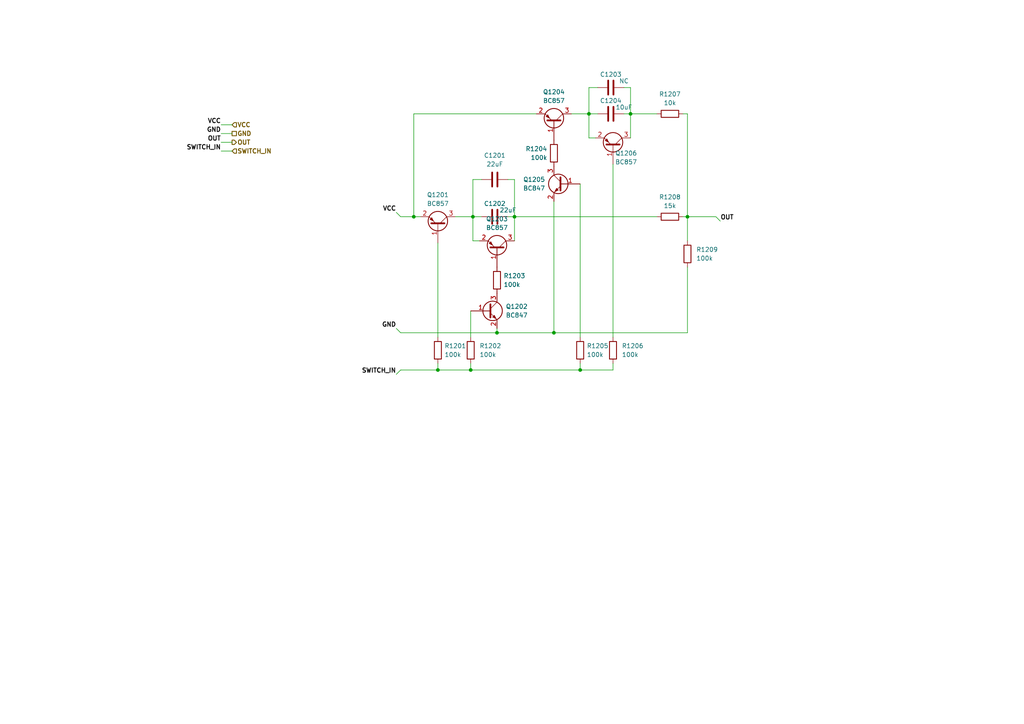
<source format=kicad_sch>
(kicad_sch (version 20211123) (generator eeschema)
  (paper "A4")
  (title_block (title "Power Unit - CanSat 2023") (date "2023-01-19") (rev "2022") (company "Project SkyFall") (comment 1 "David Haisman"))
  (lib_symbols
    (symbol "Device:C" (pin_numbers hide) (pin_names (offset 0.254))
      (property "Reference" "C" (at 0.635 2.54 0))
      (property "Value" "C" (at 0.635 -2.54 0))
      (symbol "C_0_1"
        (polyline (pts (xy -2.032 -0.762) (xy 2.032 -0.762)) (stroke (width 0.508)))
        (polyline (pts (xy -2.032 0.762) (xy 2.032 0.762)) (stroke (width 0.508)))
      )
      (symbol "C_1_1"
        (pin passive line (at 0 3.81 270) (length 2.794) (name "~") (number "1"))
        (pin passive line (at 0 -3.81 90) (length 2.794) (name "~") (number "2"))
      )
    )
    (symbol "Device:R" (pin_numbers hide) (pin_names (offset 0))
      (property "Reference" "R" (at 2.032 0 90))
      (property "Value" "R" (at 0 0 90))
      (symbol "R_0_1"
        (rectangle (start -1.016 -2.54) (end 1.016 2.54) (stroke (width 0.254)))
      )
      (symbol "R_1_1"
        (pin passive line (at 0 3.81 270) (length 1.27) (name "~") (number "1"))
        (pin passive line (at 0 -3.81 90) (length 1.27) (name "~") (number "2"))
      )
    )
    (symbol "Transistor_BJT:BC847" (pin_names (offset 0) hide)
      (property "Reference" "Q" (at 5.08 1.905 0))
      (property "Value" "BC847" (at 5.08 0 0))
      (symbol "BC847_0_1"
        (polyline (pts (xy 0.635 0.635) (xy 2.54 2.54)))
        (polyline (pts (xy 0.635 -0.635) (xy 2.54 -2.54) (xy 2.54 -2.54)))
        (polyline (pts (xy 0.635 1.905) (xy 0.635 -1.905) (xy 0.635 -1.905)) (stroke (width 0.508)))
        (polyline (pts (xy 1.27 -1.778) (xy 1.778 -1.27) (xy 2.286 -2.286) (xy 1.27 -1.778) (xy 1.27 -1.778)) (fill (type outline)))
        (circle (center 1.27 0) (radius 2.8194) (stroke (width 0.254)))
      )
      (symbol "BC847_1_1"
        (pin input line (at -5.08 0 0) (length 5.715) (name "B") (number "1"))
        (pin passive line (at 2.54 -5.08 90) (length 2.54) (name "E") (number "2"))
        (pin passive line (at 2.54 5.08 270) (length 2.54) (name "C") (number "3"))
      )
    )
    (symbol "Transistor_BJT:BC857" (pin_names (offset 0) hide)
      (property "Reference" "Q" (at 5.08 1.905 0))
      (property "Value" "BC857" (at 5.08 0 0))
      (symbol "BC857_0_1"
        (polyline (pts (xy 0.635 0.635) (xy 2.54 2.54)))
        (polyline (pts (xy 0.635 -0.635) (xy 2.54 -2.54) (xy 2.54 -2.54)))
        (polyline (pts (xy 0.635 1.905) (xy 0.635 -1.905) (xy 0.635 -1.905)) (stroke (width 0.508)))
        (polyline (pts (xy 2.286 -1.778) (xy 1.778 -2.286) (xy 1.27 -1.27) (xy 2.286 -1.778) (xy 2.286 -1.778)) (fill (type outline)))
        (circle (center 1.27 0) (radius 2.8194) (stroke (width 0.254)))
      )
      (symbol "BC857_1_1"
        (pin input line (at -5.08 0 0) (length 5.715) (name "B") (number "1"))
        (pin passive line (at 2.54 -5.08 90) (length 2.54) (name "E") (number "2"))
        (pin passive line (at 2.54 5.08 270) (length 2.54) (name "C") (number "3"))
      )
    )
  )
  (junction (at 144.145 96.52))
  (junction (at 149.225 62.865))
  (junction (at 137.16 62.865))
  (junction (at 199.39 62.865))
  (junction (at 127 107.315))
  (junction (at 168.275 107.315))
  (junction (at 120.015 62.865))
  (junction (at 170.815 33.02))
  (junction (at 160.655 96.52))
  (junction (at 182.88 33.02))
  (junction (at 136.525 107.315))
  (wire (pts (xy 132.08 62.865) (xy 137.16 62.865)))
  (wire (pts (xy 116.205 62.865) (xy 114.935 61.595)))
  (wire (pts (xy 136.525 107.315) (xy 168.275 107.315)))
  (wire (pts (xy 64.135 36.195) (xy 67.31 36.195)))
  (wire (pts (xy 198.12 33.02) (xy 199.39 33.02)))
  (wire (pts (xy 116.205 107.315) (xy 127 107.315)))
  (wire (pts (xy 199.39 33.02) (xy 199.39 62.865)))
  (wire (pts (xy 114.935 95.25) (xy 116.205 96.52)))
  (wire (pts (xy 114.935 108.585) (xy 116.205 107.315)))
  (wire (pts (xy 137.16 62.865) (xy 139.7 62.865)))
  (wire (pts (xy 147.32 52.07) (xy 149.225 52.07)))
  (wire (pts (xy 182.88 33.02) (xy 182.88 40.005)))
  (wire (pts (xy 207.645 62.865) (xy 208.915 64.135)))
  (wire (pts (xy 136.525 107.315) (xy 127 107.315)))
  (wire (pts (xy 137.16 52.07) (xy 137.16 62.865)))
  (wire (pts (xy 139.7 52.07) (xy 137.16 52.07)))
  (wire (pts (xy 182.88 25.4) (xy 182.88 33.02)))
  (wire (pts (xy 170.815 25.4) (xy 170.815 33.02)))
  (wire (pts (xy 160.655 96.52) (xy 199.39 96.52)))
  (wire (pts (xy 198.12 62.865) (xy 199.39 62.865)))
  (wire (pts (xy 137.16 69.85) (xy 137.16 62.865)))
  (wire (pts (xy 127 97.79) (xy 127 70.485)))
  (wire (pts (xy 149.225 62.865) (xy 190.5 62.865)))
  (wire (pts (xy 144.145 96.52) (xy 160.655 96.52)))
  (wire (pts (xy 180.975 25.4) (xy 182.88 25.4)))
  (wire (pts (xy 149.225 62.865) (xy 149.225 69.85)))
  (wire (pts (xy 136.525 90.17) (xy 136.525 97.79)))
  (wire (pts (xy 199.39 62.865) (xy 207.645 62.865)))
  (wire (pts (xy 165.735 33.02) (xy 170.815 33.02)))
  (wire (pts (xy 144.145 95.25) (xy 144.145 96.52)))
  (wire (pts (xy 168.275 107.315) (xy 177.8 107.315)))
  (wire (pts (xy 139.065 69.85) (xy 137.16 69.85)))
  (wire (pts (xy 64.135 38.735) (xy 67.31 38.735)))
  (wire (pts (xy 136.525 105.41) (xy 136.525 107.315)))
  (wire (pts (xy 64.135 41.275) (xy 67.31 41.275)))
  (wire (pts (xy 177.8 47.625) (xy 177.8 97.79)))
  (wire (pts (xy 120.015 33.02) (xy 120.015 62.865)))
  (wire (pts (xy 182.88 33.02) (xy 190.5 33.02)))
  (wire (pts (xy 199.39 77.47) (xy 199.39 96.52)))
  (wire (pts (xy 116.205 96.52) (xy 144.145 96.52)))
  (wire (pts (xy 147.32 62.865) (xy 149.225 62.865)))
  (wire (pts (xy 170.815 33.02) (xy 173.355 33.02)))
  (wire (pts (xy 160.655 58.42) (xy 160.655 96.52)))
  (wire (pts (xy 177.8 105.41) (xy 177.8 107.315)))
  (wire (pts (xy 168.275 107.315) (xy 168.275 105.41)))
  (wire (pts (xy 64.135 43.815) (xy 67.31 43.815)))
  (wire (pts (xy 170.815 40.005) (xy 170.815 33.02)))
  (wire (pts (xy 172.72 40.005) (xy 170.815 40.005)))
  (wire (pts (xy 149.225 52.07) (xy 149.225 62.865)))
  (wire (pts (xy 199.39 62.865) (xy 199.39 69.85)))
  (wire (pts (xy 180.975 33.02) (xy 182.88 33.02)))
  (wire (pts (xy 120.015 62.865) (xy 121.92 62.865)))
  (wire (pts (xy 155.575 33.02) (xy 120.015 33.02)))
  (wire (pts (xy 173.355 25.4) (xy 170.815 25.4)))
  (wire (pts (xy 116.205 62.865) (xy 120.015 62.865)))
  (wire (pts (xy 127 107.315) (xy 127 105.41)))
  (wire (pts (xy 168.275 53.34) (xy 168.275 97.79)))
  (label "VCC" (at 114.935 61.595 180) (effects (font bold)))
  (label "GND" (at 114.935 95.25 180) (effects (font bold)))
  (label "OUT" (at 64.135 41.275 180) (effects (font bold)))
  (label "SWITCH_IN" (at 114.935 108.585 180) (effects (font bold)))
  (label "SWITCH_IN" (at 64.135 43.815 180) (effects (font bold)))
  (label "OUT" (at 208.915 64.135 0) (effects (font bold)))
  (label "VCC" (at 64.135 36.195 180) (effects (font bold)))
  (label "GND" (at 64.135 38.735 180) (effects (font bold)))
  (hierarchical_label "VCC" (shape input) (at 67.31 36.195 0) (effects (font (thickness 0.254) bold)))
  (hierarchical_label "OUT" (shape output) (at 67.31 41.275 0) (effects (font bold)))
  (hierarchical_label "GND" (shape passive) (at 67.31 38.735 0) (effects (font bold)))
  (hierarchical_label "SWITCH_IN" (shape input) (at 67.31 43.815 0) (effects (font bold)))
  (symbol (lib_id "Device:R") (at 160.655 44.45 0) (mirror x) (unit 1)
    (property "Reference" "R1204" (at 158.75 43.1799 0) (effects (justify right)))
    (property "Value" "100k" (at 158.75 45.7199 0) (effects (justify right)))
    (property "Footprint" "CanSat_2023:R_0805_2012Metric" (effects hide))
  )
  (symbol (lib_id "Device:R") (at 194.31 33.02 90) (unit 1)
    (property "Reference" "R1207" (at 194.31 27.305 90))
    (property "Value" "10k" (at 194.31 29.845 90))
    (property "Footprint" "CanSat_2023:R_0805_2012Metric" (effects hide))
  )
  (symbol (lib_id "Device:R") (at 168.275 101.6 180) (unit 1)
    (property "Reference" "R1205" (at 170.18 100.3299 0) (effects (justify right)))
    (property "Value" "100k" (at 170.18 102.8699 0) (effects (justify right)))
    (property "Footprint" "CanSat_2023:R_0805_2012Metric" (effects hide))
  )
  (symbol (lib_id "Transistor_BJT:BC847") (at 141.605 90.17 0) (unit 1)
    (property "Reference" "Q1202" (at 146.685 88.8999 0) (effects (justify left)))
    (property "Value" "BC847" (at 146.685 91.4399 0) (effects (justify left)))
    (property "Footprint" "CanSat_2023:SOT-23" (effects hide))
    (property "Datasheet" "http://www.infineon.com/dgdl/Infineon-BC847SERIES_BC848SERIES_BC849SERIES_BC850SERIES-DS-v01_01-en.pdf?fileId=db3a304314dca389011541d4630a1657" (effects hide))
  )
  (symbol (lib_id "Device:R") (at 177.8 101.6 180) (unit 1)
    (property "Reference" "R1206" (at 180.34 100.3299 0) (effects (justify right)))
    (property "Value" "100k" (at 180.34 102.8699 0) (effects (justify right)))
    (property "Footprint" "CanSat_2023:R_0805_2012Metric" (effects hide))
  )
  (symbol (lib_id "Device:C") (at 143.51 62.865 90) (unit 1)
    (property "Reference" "C1202" (at 143.51 59.055 90))
    (property "Value" "22uF" (at 147.32 60.96 90))
    (property "Footprint" "CanSat_2023:C_0805_2012Metric" (effects hide))
  )
  (symbol (lib_id "Device:C") (at 177.165 33.02 90) (unit 1)
    (property "Reference" "C1204" (at 177.165 29.21 90))
    (property "Value" "10uF" (at 180.975 31.115 90))
    (property "Footprint" "CanSat_2023:C_0805_2012Metric" (effects hide))
  )
  (symbol (lib_id "Transistor_BJT:BC857") (at 177.8 42.545 270) (mirror x) (unit 1)
    (property "Reference" "Q1206" (at 181.61 44.45 90))
    (property "Value" "BC857" (at 181.61 46.99 90))
    (property "Footprint" "CanSat_2023:SOT-23" (effects hide))
    (property "Datasheet" "https://www.onsemi.com/pub/Collateral/BC860-D.pdf" (effects hide))
  )
  (symbol (lib_id "Device:R") (at 127 101.6 180) (unit 1)
    (property "Reference" "R1201" (at 128.905 100.3299 0) (effects (justify right)))
    (property "Value" "100k" (at 128.905 102.8699 0) (effects (justify right)))
    (property "Footprint" "CanSat_2023:R_0805_2012Metric" (effects hide))
  )
  (symbol (lib_id "Device:R") (at 144.145 81.28 180) (unit 1)
    (property "Reference" "R1203" (at 146.05 80.0099 0) (effects (justify right)))
    (property "Value" "100k" (at 146.05 82.5499 0) (effects (justify right)))
    (property "Footprint" "CanSat_2023:R_0805_2012Metric" (effects hide))
  )
  (symbol (lib_id "Transistor_BJT:BC847") (at 163.195 53.34 0) (mirror y) (unit 1)
    (property "Reference" "Q1205" (at 158.115 52.0699 0) (effects (justify left)))
    (property "Value" "BC847" (at 158.115 54.6099 0) (effects (justify left)))
    (property "Footprint" "CanSat_2023:SOT-23" (effects hide))
    (property "Datasheet" "http://www.infineon.com/dgdl/Infineon-BC847SERIES_BC848SERIES_BC849SERIES_BC850SERIES-DS-v01_01-en.pdf?fileId=db3a304314dca389011541d4630a1657" (effects hide))
  )
  (symbol (lib_id "Device:C") (at 177.165 25.4 90) (unit 1) (in_bom no)
    (property "Reference" "C1203" (at 177.165 21.59 90))
    (property "Value" "NC" (at 180.975 23.495 90))
    (property "Footprint" "CanSat_2023:C_0805_2012Metric" (effects hide))
  )
  (symbol (lib_id "Device:R") (at 136.525 101.6 180) (unit 1)
    (property "Reference" "R1202" (at 139.065 100.3299 0) (effects (justify right)))
    (property "Value" "100k" (at 139.065 102.8699 0) (effects (justify right)))
    (property "Footprint" "CanSat_2023:R_0805_2012Metric" (effects hide))
  )
  (symbol (lib_id "Device:R") (at 199.39 73.66 180) (unit 1)
    (property "Reference" "R1209" (at 201.93 72.3899 0) (effects (justify right)))
    (property "Value" "100k" (at 201.93 74.9299 0) (effects (justify right)))
    (property "Footprint" "CanSat_2023:R_0805_2012Metric" (effects hide))
  )
  (symbol (lib_id "Transistor_BJT:BC857") (at 144.145 72.39 270) (mirror x) (unit 1)
    (property "Reference" "Q1203" (at 144.145 63.5 90))
    (property "Value" "BC857" (at 144.145 66.04 90))
    (property "Footprint" "CanSat_2023:SOT-23" (effects hide))
    (property "Datasheet" "https://www.onsemi.com/pub/Collateral/BC860-D.pdf" (effects hide))
  )
  (symbol (lib_id "Device:C") (at 143.51 52.07 90) (unit 1)
    (property "Reference" "C1201" (at 143.51 45.085 90))
    (property "Value" "22uF" (at 143.51 47.625 90))
    (property "Footprint" "CanSat_2023:C_0805_2012Metric" (effects hide))
  )
  (symbol (lib_id "Transistor_BJT:BC857") (at 127 65.405 270) (mirror x) (unit 1)
    (property "Reference" "Q1201" (at 127 56.515 90))
    (property "Value" "BC857" (at 127 59.055 90))
    (property "Footprint" "CanSat_2023:SOT-23" (effects hide))
    (property "Datasheet" "https://www.onsemi.com/pub/Collateral/BC860-D.pdf" (effects hide))
  )
  (symbol (lib_id "Device:R") (at 194.31 62.865 90) (unit 1)
    (property "Reference" "R1208" (at 194.31 57.15 90))
    (property "Value" "15k" (at 194.31 59.69 90))
    (property "Footprint" "CanSat_2023:R_0805_2012Metric" (effects hide))
  )
  (symbol (lib_id "Transistor_BJT:BC857") (at 160.655 35.56 270) (mirror x) (unit 1)
    (property "Reference" "Q1204" (at 160.655 26.67 90))
    (property "Value" "BC857" (at 160.655 29.21 90))
    (property "Footprint" "CanSat_2023:SOT-23" (effects hide))
    (property "Datasheet" "https://www.onsemi.com/pub/Collateral/BC860-D.pdf" (effects hide))
  )
)
</source>
